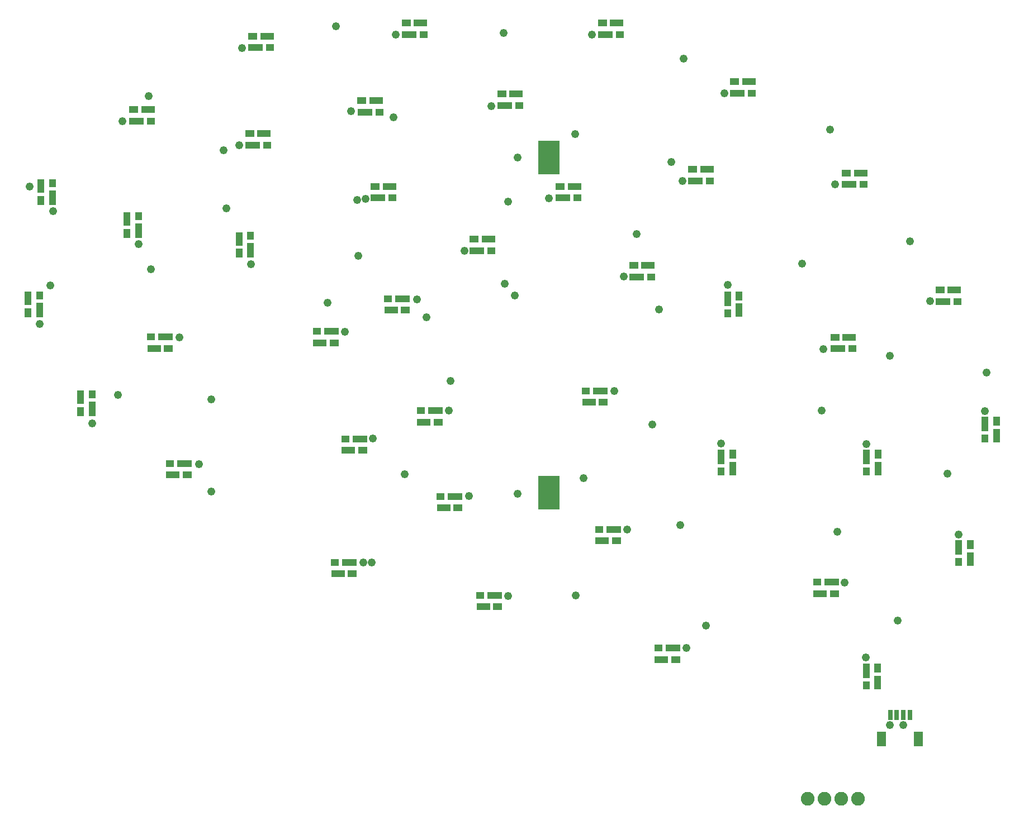
<source format=gts>
G04 EAGLE Gerber RS-274X export*
G75*
%MOMM*%
%FSLAX34Y34*%
%LPD*%
%INSoldermask Top*%
%IPPOS*%
%AMOC8*
5,1,8,0,0,1.08239X$1,22.5*%
G01*
%ADD10R,1.403200X2.203200*%
%ADD11R,0.803200X1.553200*%
%ADD12R,1.053200X2.103200*%
%ADD13R,1.053200X1.203200*%
%ADD14R,1.053200X1.353200*%
%ADD15R,1.053200X2.203200*%
%ADD16R,2.103200X1.053200*%
%ADD17R,1.203200X1.053200*%
%ADD18R,1.353200X1.053200*%
%ADD19R,2.203200X1.053200*%
%ADD20C,2.082800*%
%ADD21R,3.203200X5.203200*%
%ADD22C,1.209600*%


D10*
X1394400Y141050D03*
X1450400Y141050D03*
D11*
X1407400Y177800D03*
X1417400Y177800D03*
X1427400Y177800D03*
X1437400Y177800D03*
D12*
X1388450Y226900D03*
D13*
X1370950Y222400D03*
D14*
X1388450Y248650D03*
D15*
X1370950Y244400D03*
D16*
X283100Y1095150D03*
D17*
X287600Y1077650D03*
D18*
X261350Y1095150D03*
D19*
X265600Y1077650D03*
D12*
X1528450Y413900D03*
D13*
X1510950Y409400D03*
D14*
X1528450Y435650D03*
D15*
X1510950Y431400D03*
D12*
X1568450Y600900D03*
D13*
X1550950Y596400D03*
D14*
X1568450Y622650D03*
D15*
X1550950Y618400D03*
D16*
X1504500Y821550D03*
D17*
X1509000Y804050D03*
D18*
X1482750Y821550D03*
D19*
X1487000Y804050D03*
D16*
X1362900Y999050D03*
D17*
X1367400Y981550D03*
D18*
X1341150Y999050D03*
D19*
X1345400Y981550D03*
D16*
X1193700Y1137350D03*
D17*
X1198200Y1119850D03*
D18*
X1171950Y1137350D03*
D19*
X1176200Y1119850D03*
D16*
X993100Y1226250D03*
D17*
X997600Y1208750D03*
D18*
X971350Y1226250D03*
D19*
X975600Y1208750D03*
D16*
X696100Y1226250D03*
D17*
X700600Y1208750D03*
D18*
X674350Y1226250D03*
D19*
X678600Y1208750D03*
D16*
X463700Y1206250D03*
D17*
X468200Y1188750D03*
D18*
X441950Y1206250D03*
D19*
X446200Y1188750D03*
D12*
X121250Y979000D03*
D13*
X138750Y983500D03*
D14*
X121250Y957250D03*
D15*
X138750Y961500D03*
D12*
X101250Y809000D03*
D13*
X118750Y813500D03*
D14*
X101250Y787250D03*
D15*
X118750Y791500D03*
D12*
X181250Y659000D03*
D13*
X198750Y663500D03*
D14*
X181250Y637250D03*
D15*
X198750Y641500D03*
D16*
X321000Y541250D03*
D17*
X316500Y558750D03*
D18*
X342750Y541250D03*
D19*
X338500Y558750D03*
D16*
X571000Y391250D03*
D17*
X566500Y408750D03*
D18*
X592750Y391250D03*
D19*
X588500Y408750D03*
D16*
X791000Y341250D03*
D17*
X786500Y358750D03*
D18*
X812750Y341250D03*
D19*
X808500Y358750D03*
D16*
X1061000Y261250D03*
D17*
X1056500Y278750D03*
D18*
X1082750Y261250D03*
D19*
X1078500Y278750D03*
D16*
X1301000Y361250D03*
D17*
X1296500Y378750D03*
D18*
X1322750Y361250D03*
D19*
X1318500Y378750D03*
D12*
X1388750Y551000D03*
D13*
X1371250Y546500D03*
D14*
X1388750Y572750D03*
D15*
X1371250Y568500D03*
D16*
X1345300Y749950D03*
D17*
X1349800Y732450D03*
D18*
X1323550Y749950D03*
D19*
X1327800Y732450D03*
D16*
X1129900Y1004450D03*
D17*
X1134400Y986950D03*
D18*
X1108150Y1004450D03*
D19*
X1112400Y986950D03*
D16*
X840900Y1118750D03*
D17*
X845400Y1101250D03*
D18*
X819150Y1118750D03*
D19*
X823400Y1101250D03*
D16*
X629000Y1108750D03*
D17*
X633500Y1091250D03*
D18*
X607250Y1108750D03*
D19*
X611500Y1091250D03*
D16*
X459000Y1058750D03*
D17*
X463500Y1041250D03*
D18*
X437250Y1058750D03*
D19*
X441500Y1041250D03*
D12*
X251250Y929000D03*
D13*
X268750Y933500D03*
D14*
X251250Y907250D03*
D15*
X268750Y911500D03*
D16*
X292400Y733050D03*
D17*
X287900Y750550D03*
D18*
X314150Y733050D03*
D19*
X309900Y750550D03*
D16*
X586400Y578550D03*
D17*
X581900Y596050D03*
D18*
X608150Y578550D03*
D19*
X603900Y596050D03*
D16*
X731000Y491250D03*
D17*
X726500Y508750D03*
D18*
X752750Y491250D03*
D19*
X748500Y508750D03*
D16*
X971000Y441250D03*
D17*
X966500Y458750D03*
D18*
X992750Y441250D03*
D19*
X988500Y458750D03*
D12*
X1168750Y551000D03*
D13*
X1151250Y546500D03*
D14*
X1168750Y572750D03*
D15*
X1151250Y568500D03*
D12*
X1178750Y791000D03*
D13*
X1161250Y786500D03*
D14*
X1178750Y812750D03*
D15*
X1161250Y808500D03*
D16*
X929000Y978750D03*
D17*
X933500Y961250D03*
D18*
X907250Y978750D03*
D19*
X911500Y961250D03*
D16*
X649000Y978750D03*
D17*
X653500Y961250D03*
D18*
X627250Y978750D03*
D19*
X631500Y961250D03*
D12*
X421250Y899000D03*
D13*
X438750Y903500D03*
D14*
X421250Y877250D03*
D15*
X438750Y881500D03*
D16*
X543700Y741250D03*
D17*
X539200Y758750D03*
D18*
X565450Y741250D03*
D19*
X561200Y758750D03*
D16*
X701000Y621250D03*
D17*
X696500Y638750D03*
D18*
X722750Y621250D03*
D19*
X718500Y638750D03*
D16*
X951000Y651250D03*
D17*
X946500Y668750D03*
D18*
X972750Y651250D03*
D19*
X968500Y668750D03*
D16*
X1040500Y859050D03*
D17*
X1045000Y841550D03*
D18*
X1018750Y859050D03*
D19*
X1023000Y841550D03*
D16*
X799000Y898750D03*
D17*
X803500Y881250D03*
D18*
X777250Y898750D03*
D19*
X781500Y881250D03*
D16*
X651500Y790950D03*
D17*
X647000Y808450D03*
D18*
X673250Y790950D03*
D19*
X669000Y808450D03*
D20*
X1358900Y50800D03*
X1333500Y50800D03*
X1308100Y50800D03*
X1282700Y50800D03*
D21*
X890270Y514388D03*
X890270Y1022388D03*
D22*
X1370838Y264668D03*
X1510792Y450850D03*
X1550924Y637794D03*
X1467866Y804672D03*
X1324356Y981710D03*
X1156462Y1119632D03*
X955294Y1208532D03*
X658876Y1208532D03*
X425958Y1188720D03*
X244602Y1077468D03*
X139192Y941070D03*
X119126Y770382D03*
X199136Y619760D03*
X360426Y557784D03*
X609092Y408940D03*
X829056Y358140D03*
X1098550Y279400D03*
X1338072Y378460D03*
X1371600Y588010D03*
X1306322Y732282D03*
X1092454Y987044D03*
X802894Y1100582D03*
X590550Y1092708D03*
X421132Y1041146D03*
X269240Y891286D03*
X330962Y750062D03*
X623824Y596392D03*
X769112Y509270D03*
X1009142Y458724D03*
X1151636Y589026D03*
X1161542Y829056D03*
X1004316Y842010D03*
X890524Y960374D03*
X612394Y960120D03*
X439166Y861060D03*
X581152Y758190D03*
X738886Y638810D03*
X989330Y668274D03*
X762508Y880872D03*
X690372Y807466D03*
X1407160Y162560D03*
X894080Y515620D03*
X890270Y1022350D03*
X1418663Y320729D03*
X1128268Y312928D03*
X931164Y358902D03*
X622046Y408432D03*
X378714Y516382D03*
X237744Y662940D03*
X135382Y828294D03*
X104140Y978662D03*
X283972Y1115822D03*
X567944Y1221740D03*
X821944Y1211580D03*
X1094540Y1172010D03*
X1316736Y1065022D03*
X1437640Y895350D03*
X1553210Y696722D03*
X1493774Y543052D03*
X1327658Y454914D03*
X1089660Y465328D03*
X943356Y536448D03*
X671776Y542236D03*
X378968Y655828D03*
X288036Y853440D03*
X397764Y1033018D03*
X654812Y1083424D03*
X929894Y1058164D03*
X1075690Y1015238D03*
X1273810Y861314D03*
X1407160Y721868D03*
X1303528Y638810D03*
X1047496Y617982D03*
X741172Y683768D03*
X554990Y802640D03*
X402082Y945134D03*
X599694Y958088D03*
X828802Y955548D03*
X1023112Y906780D03*
X1057656Y791718D03*
X705104Y780288D03*
X601726Y872998D03*
X823214Y831088D03*
X1427480Y162560D03*
X843280Y513080D03*
X843280Y1022350D03*
X838454Y813054D03*
M02*

</source>
